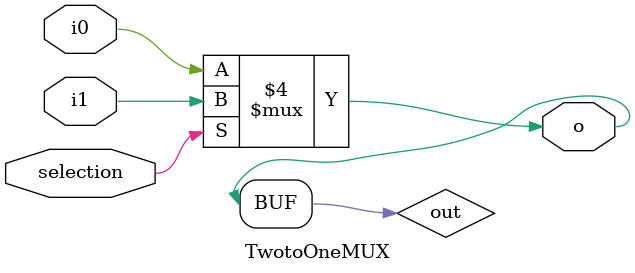
<source format=v>
`timescale 1ns / 1ps

module TwotoOneMUX(
	input i0,          //1 bit i0         (input)
	input i1,          //1 bit i1         (input)
	input selection,   //1 bit selection  (input)
	output o           //1 bit o          (output)
	);

reg out;
assign o = out;
always@ (*) begin
	if(selection == 1'b0) out = i0;
	else out = i1;
end

endmodule

</source>
